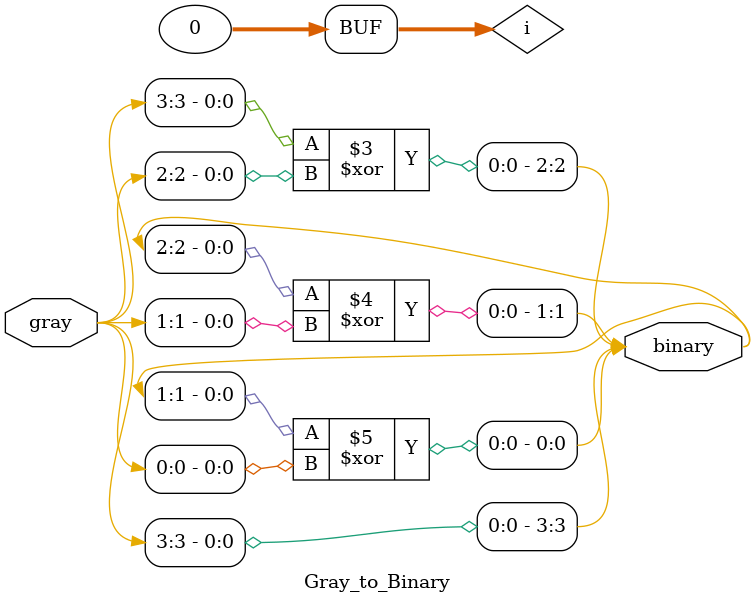
<source format=v>
module Gray_to_Binary (gray,binary);
  output reg [3:0] binary;
  input [3:0] gray;
  integer i;

 
  always@(*)begin
    binary[3]=gray[3];
   for (i=3;i>0;i=i-1)begin
     binary[i-1]=binary[i]^gray[i-1];
  end
 end
  
endmodule

</source>
